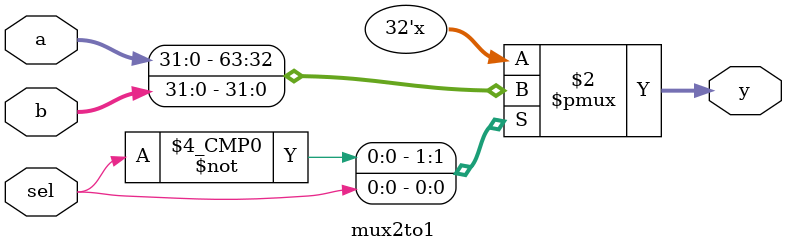
<source format=sv>
module mux2to1 #(
    parameter DATA_WIDTH = 32)
(

    input logic [DATA_WIDTH-1:0]        a, b,
    input logic                         sel,
    output logic [DATA_WIDTH-1:0]       y

);

    always_comb begin
        case(sel)
            1'b0:           y = a;
            1'b1:           y = b;
            default:        y = 'x;
        endcase
    end

endmodule
</source>
